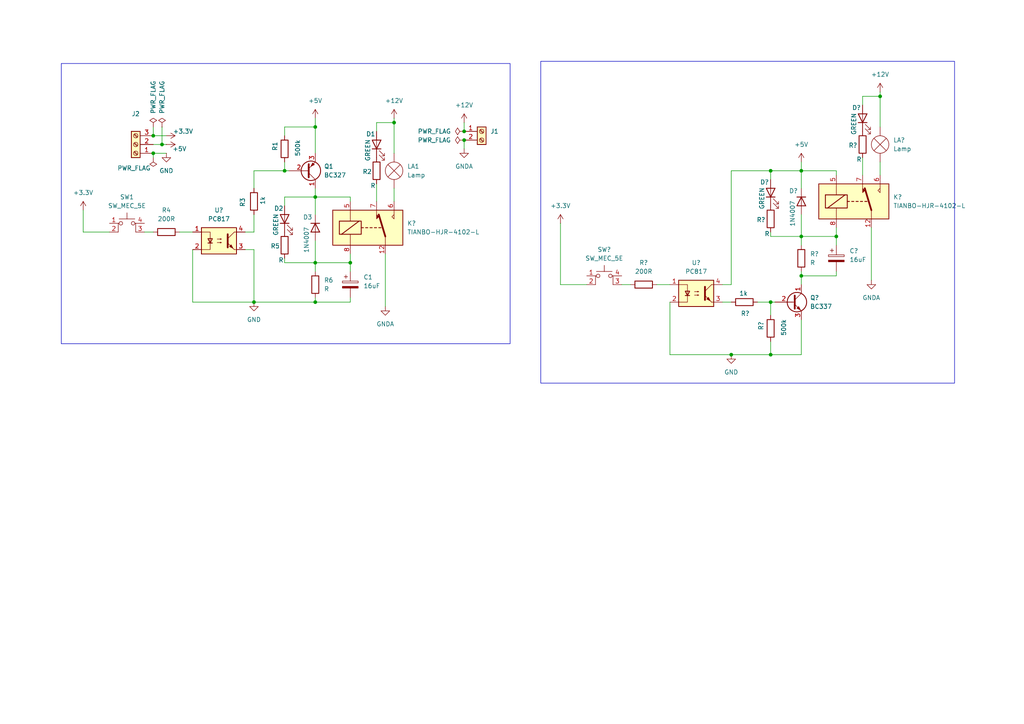
<source format=kicad_sch>
(kicad_sch (version 20231120) (generator "eeschema") (generator_version "8.0")
  (paper "A4")
  (title_block (title "Практическое занятие #7"))
  (lib_symbols
    (symbol "Connector:Screw_Terminal_01x02" (pin_names (offset 1.016) hide)
      (property "Reference" "J" (at 0 2.54 0))
      (property "Value" "Screw_Terminal_01x02" (at 0 -5.08 0))
      (symbol "Screw_Terminal_01x02_1_1"
        (rectangle (start -1.27 1.27) (end 1.27 -3.81) (stroke (width 0.254)) (fill (type background)))
        (circle (center 0 -2.54) (radius 0.635) (stroke (width 0.1524)))
        (polyline (pts (xy -0.5334 -2.2098) (xy 0.3302 -3.048)) (stroke (width 0.1524)))
        (polyline (pts (xy -0.5334 0.3302) (xy 0.3302 -0.508)) (stroke (width 0.1524)))
        (polyline (pts (xy -0.3556 -2.032) (xy 0.508 -2.8702)) (stroke (width 0.1524)))
        (polyline (pts (xy -0.3556 0.508) (xy 0.508 -0.3302)) (stroke (width 0.1524)))
        (circle (center 0 0) (radius 0.635) (stroke (width 0.1524)))
        (pin passive line (at -5.08 0 0) (length 3.81) (name "Pin_1") (number "1"))
        (pin passive line (at -5.08 -2.54 0) (length 3.81) (name "Pin_2") (number "2"))
      )
    )
    (symbol "Connector:Screw_Terminal_01x03" (pin_names (offset 1.016) hide)
      (property "Reference" "J" (at 0 5.08 0))
      (property "Value" "Screw_Terminal_01x03" (at 0 -5.08 0))
      (symbol "Screw_Terminal_01x03_1_1"
        (rectangle (start -1.27 3.81) (end 1.27 -3.81) (stroke (width 0.254)) (fill (type background)))
        (circle (center 0 -2.54) (radius 0.635) (stroke (width 0.1524)))
        (polyline (pts (xy -0.5334 -2.2098) (xy 0.3302 -3.048)) (stroke (width 0.1524)))
        (polyline (pts (xy -0.5334 0.3302) (xy 0.3302 -0.508)) (stroke (width 0.1524)))
        (polyline (pts (xy -0.5334 2.8702) (xy 0.3302 2.032)) (stroke (width 0.1524)))
        (polyline (pts (xy -0.3556 -2.032) (xy 0.508 -2.8702)) (stroke (width 0.1524)))
        (polyline (pts (xy -0.3556 0.508) (xy 0.508 -0.3302)) (stroke (width 0.1524)))
        (polyline (pts (xy -0.3556 3.048) (xy 0.508 2.2098)) (stroke (width 0.1524)))
        (circle (center 0 0) (radius 0.635) (stroke (width 0.1524)))
        (circle (center 0 2.54) (radius 0.635) (stroke (width 0.1524)))
        (pin passive line (at -5.08 2.54 0) (length 3.81) (name "Pin_1") (number "1"))
        (pin passive line (at -5.08 0 0) (length 3.81) (name "Pin_2") (number "2"))
        (pin passive line (at -5.08 -2.54 0) (length 3.81) (name "Pin_3") (number "3"))
      )
    )
    (symbol "Device:C_Polarized" (pin_numbers hide) (pin_names (offset 0.254))
      (property "Reference" "C" (at 0.635 2.54 0))
      (property "Value" "C_Polarized" (at 0.635 -2.54 0))
      (symbol "C_Polarized_0_1"
        (rectangle (start -2.286 0.508) (end 2.286 1.016))
        (polyline (pts (xy -1.778 2.286) (xy -0.762 2.286)))
        (polyline (pts (xy -1.27 2.794) (xy -1.27 1.778)))
        (rectangle (start 2.286 -0.508) (end -2.286 -1.016) (fill (type outline)))
      )
      (symbol "C_Polarized_1_1"
        (pin passive line (at 0 3.81 270) (length 2.794) (name "~") (number "1"))
        (pin passive line (at 0 -3.81 90) (length 2.794) (name "~") (number "2"))
      )
    )
    (symbol "Device:LED" (pin_numbers hide) (pin_names (offset 1.016) hide)
      (property "Reference" "D" (at 0 2.54 0))
      (property "Value" "LED" (at 0 -2.54 0))
      (symbol "LED_0_1"
        (polyline (pts (xy -1.27 -1.27) (xy -1.27 1.27)) (stroke (width 0.254)))
        (polyline (pts (xy -1.27 0) (xy 1.27 0)))
        (polyline (pts (xy 1.27 -1.27) (xy 1.27 1.27) (xy -1.27 0) (xy 1.27 -1.27)) (stroke (width 0.254)))
        (polyline (pts (xy -3.048 -0.762) (xy -4.572 -2.286) (xy -3.81 -2.286) (xy -4.572 -2.286) (xy -4.572 -1.524)))
        (polyline (pts (xy -1.778 -0.762) (xy -3.302 -2.286) (xy -2.54 -2.286) (xy -3.302 -2.286) (xy -3.302 -1.524)))
      )
      (symbol "LED_1_1"
        (pin passive line (at -3.81 0 0) (length 2.54) (name "K") (number "1"))
        (pin passive line (at 3.81 0 180) (length 2.54) (name "A") (number "2"))
      )
    )
    (symbol "Device:Lamp" (pin_numbers hide) (pin_names (offset 0.0254) hide)
      (property "Reference" "LA" (at 0.635 3.81 0))
      (property "Value" "Lamp" (at 0.635 -3.81 0))
      (symbol "Lamp_0_1"
        (polyline (pts (xy -1.778 1.778) (xy 1.778 -1.778)))
        (polyline (pts (xy 1.778 1.778) (xy -1.778 -1.778)))
        (circle (center 0 0) (radius 2.54))
      )
      (symbol "Lamp_1_1"
        (pin passive line (at 0 -5.08 90) (length 2.54) (name "-") (number "1"))
        (pin passive line (at 0 5.08 270) (length 2.54) (name "+") (number "2"))
      )
    )
    (symbol "Device:R" (pin_numbers hide) (pin_names (offset 0))
      (property "Reference" "R" (at 2.032 0 90))
      (property "Value" "R" (at 0 0 90))
      (symbol "R_0_1"
        (rectangle (start -1.016 -2.54) (end 1.016 2.54) (stroke (width 0.254)))
      )
      (symbol "R_1_1"
        (pin passive line (at 0 3.81 270) (length 1.27) (name "~") (number "1"))
        (pin passive line (at 0 -3.81 90) (length 1.27) (name "~") (number "2"))
      )
    )
    (symbol "Diode:1N4007" (pin_numbers hide) (pin_names hide)
      (property "Reference" "D" (at 0 2.54 0))
      (property "Value" "1N4007" (at 0 -2.54 0))
      (symbol "1N4007_0_1"
        (polyline (pts (xy -1.27 1.27) (xy -1.27 -1.27)) (stroke (width 0.254)))
        (polyline (pts (xy 1.27 0) (xy -1.27 0)))
        (polyline (pts (xy 1.27 1.27) (xy 1.27 -1.27) (xy -1.27 0) (xy 1.27 1.27)) (stroke (width 0.254)))
      )
      (symbol "1N4007_1_1"
        (pin passive line (at -3.81 0 0) (length 2.54) (name "K") (number "1"))
        (pin passive line (at 3.81 0 180) (length 2.54) (name "A") (number "2"))
      )
    )
    (symbol "Isolator:PC817" (pin_names (offset 1.016))
      (property "Reference" "U" (at -5.08 5.08 0))
      (property "Value" "PC817" (at 0 5.08 0))
      (symbol "PC817_0_1"
        (rectangle (start -5.08 3.81) (end 5.08 -3.81) (stroke (width 0.254)) (fill (type background)))
        (polyline (pts (xy -3.175 -0.635) (xy -1.905 -0.635)) (stroke (width 0.254)))
        (polyline (pts (xy 2.54 0.635) (xy 4.445 2.54)))
        (polyline (pts (xy 4.445 -2.54) (xy 2.54 -0.635)) (fill (type outline)))
        (polyline (pts (xy 4.445 -2.54) (xy 5.08 -2.54)))
        (polyline (pts (xy 4.445 2.54) (xy 5.08 2.54)))
        (polyline (pts (xy -5.08 2.54) (xy -2.54 2.54) (xy -2.54 -0.635)))
        (polyline (pts (xy -2.54 -0.635) (xy -2.54 -2.54) (xy -5.08 -2.54)))
        (polyline (pts (xy 2.54 1.905) (xy 2.54 -1.905) (xy 2.54 -1.905)) (stroke (width 0.508)))
        (polyline (pts (xy -2.54 -0.635) (xy -3.175 0.635) (xy -1.905 0.635) (xy -2.54 -0.635)) (stroke (width 0.254)))
        (polyline (pts (xy -0.508 -0.508) (xy 0.762 -0.508) (xy 0.381 -0.635) (xy 0.381 -0.381) (xy 0.762 -0.508)))
        (polyline (pts (xy -0.508 0.508) (xy 0.762 0.508) (xy 0.381 0.381) (xy 0.381 0.635) (xy 0.762 0.508)))
        (polyline (pts (xy 3.048 -1.651) (xy 3.556 -1.143) (xy 4.064 -2.159) (xy 3.048 -1.651) (xy 3.048 -1.651)) (fill (type outline)))
      )
      (symbol "PC817_1_1"
        (pin passive line (at -7.62 2.54 0) (length 2.54) (name "~") (number "1"))
        (pin passive line (at -7.62 -2.54 0) (length 2.54) (name "~") (number "2"))
        (pin passive line (at 7.62 -2.54 180) (length 2.54) (name "~") (number "3"))
        (pin passive line (at 7.62 2.54 180) (length 2.54) (name "~") (number "4"))
      )
    )
    (symbol "Relay:TIANBO-HJR-4102-L"
      (property "Reference" "K" (at 11.43 3.81 0))
      (property "Value" "TIANBO-HJR-4102-L" (at 11.43 1.27 0))
      (symbol "TIANBO-HJR-4102-L_0_0"
        (polyline (pts (xy 7.62 5.08) (xy 7.62 2.54) (xy 6.985 3.175) (xy 7.62 3.81)))
      )
      (symbol "TIANBO-HJR-4102-L_0_1"
        (rectangle (start -10.16 5.08) (end 10.16 -5.08) (stroke (width 0.254)) (fill (type background)))
        (rectangle (start -8.255 1.905) (end -1.905 -1.905) (stroke (width 0.254)))
        (polyline (pts (xy -7.62 -1.905) (xy -2.54 1.905)) (stroke (width 0.254)))
        (polyline (pts (xy -5.08 -5.08) (xy -5.08 -1.905)))
        (polyline (pts (xy -5.08 5.08) (xy -5.08 1.905)))
        (polyline (pts (xy -1.905 0) (xy -1.27 0)) (stroke (width 0.254)))
        (polyline (pts (xy -0.635 0) (xy 0 0)) (stroke (width 0.254)))
        (polyline (pts (xy 0.635 0) (xy 1.27 0)) (stroke (width 0.254)))
        (polyline (pts (xy 1.905 0) (xy 2.54 0)) (stroke (width 0.254)))
        (polyline (pts (xy 3.175 0) (xy 3.81 0)) (stroke (width 0.254)))
        (polyline (pts (xy 5.08 -2.54) (xy 3.175 3.81)) (stroke (width 0.508)))
        (polyline (pts (xy 5.08 -2.54) (xy 5.08 -5.08)))
        (polyline (pts (xy 2.54 5.08) (xy 2.54 2.54) (xy 3.175 3.175) (xy 2.54 3.81)) (fill (type outline)))
      )
      (symbol "TIANBO-HJR-4102-L_1_1"
        (pin passive line (at 5.08 -7.62 90) (length 2.54) (name "~") (number "12"))
        (pin passive line (at -5.08 7.62 270) (length 2.54) (name "~") (number "5"))
        (pin passive line (at 7.62 7.62 270) (length 2.54) (name "~") (number "6"))
        (pin passive line (at 2.54 7.62 270) (length 2.54) (name "~") (number "7"))
        (pin passive line (at -5.08 -7.62 90) (length 2.54) (name "~") (number "8"))
      )
    )
    (symbol "Switch:SW_MEC_5E" (pin_names (offset 1.016) hide)
      (property "Reference" "SW" (at 0.635 5.715 0))
      (property "Value" "SW_MEC_5E" (at 0 -3.175 0))
      (symbol "SW_MEC_5E_0_1"
        (circle (center -1.778 2.54) (radius 0.508))
        (polyline (pts (xy -2.286 3.81) (xy 2.286 3.81)))
        (polyline (pts (xy 0 3.81) (xy 0 5.588)))
        (polyline (pts (xy -2.54 0) (xy -2.54 2.54) (xy -2.286 2.54)))
        (polyline (pts (xy 2.54 0) (xy 2.54 2.54) (xy 2.286 2.54)))
        (circle (center 1.778 2.54) (radius 0.508))
        (pin passive line (at -5.08 2.54 0) (length 2.54) (name "1") (number "1"))
        (pin passive line (at -5.08 0 0) (length 2.54) (name "2") (number "2"))
        (pin passive line (at 5.08 0 180) (length 2.54) (name "K") (number "3"))
        (pin passive line (at 5.08 2.54 180) (length 2.54) (name "A") (number "4"))
      )
    )
    (symbol "Transistor_BJT:BC327" (pin_names (offset 0) hide)
      (property "Reference" "Q" (at 5.08 1.905 0))
      (property "Value" "BC327" (at 5.08 0 0))
      (symbol "BC327_0_1"
        (polyline (pts (xy 0.635 0.635) (xy 2.54 2.54)))
        (polyline (pts (xy 0.635 -0.635) (xy 2.54 -2.54) (xy 2.54 -2.54)))
        (polyline (pts (xy 0.635 1.905) (xy 0.635 -1.905) (xy 0.635 -1.905)) (stroke (width 0.508)))
        (polyline (pts (xy 2.286 -1.778) (xy 1.778 -2.286) (xy 1.27 -1.27) (xy 2.286 -1.778) (xy 2.286 -1.778)) (fill (type outline)))
        (circle (center 1.27 0) (radius 2.8194) (stroke (width 0.254)))
      )
      (symbol "BC327_1_1"
        (pin passive line (at 2.54 5.08 270) (length 2.54) (name "C") (number "1"))
        (pin input line (at -5.08 0 0) (length 5.715) (name "B") (number "2"))
        (pin passive line (at 2.54 -5.08 90) (length 2.54) (name "E") (number "3"))
      )
    )
    (symbol "Transistor_BJT:BC337" (pin_names (offset 0) hide)
      (property "Reference" "Q" (at 5.08 1.905 0))
      (property "Value" "BC337" (at 5.08 0 0))
      (symbol "BC337_0_1"
        (polyline (pts (xy 0 0) (xy 0.635 0)))
        (polyline (pts (xy 0.635 0.635) (xy 2.54 2.54)))
        (polyline (pts (xy 0.635 -0.635) (xy 2.54 -2.54) (xy 2.54 -2.54)))
        (polyline (pts (xy 0.635 1.905) (xy 0.635 -1.905) (xy 0.635 -1.905)) (stroke (width 0.508)))
        (polyline (pts (xy 1.27 -1.778) (xy 1.778 -1.27) (xy 2.286 -2.286) (xy 1.27 -1.778) (xy 1.27 -1.778)) (fill (type outline)))
        (circle (center 1.27 0) (radius 2.8194) (stroke (width 0.254)))
      )
      (symbol "BC337_1_1"
        (pin passive line (at 2.54 5.08 270) (length 2.54) (name "C") (number "1"))
        (pin input line (at -5.08 0 0) (length 5.08) (name "B") (number "2"))
        (pin passive line (at 2.54 -5.08 90) (length 2.54) (name "E") (number "3"))
      )
    )
    (symbol "power:+12V" (power) (pin_numbers hide) (pin_names (offset 0) hide)
      (property "Value" "+12V" (at 0 3.556 0))
      (symbol "+12V_0_1"
        (polyline (pts (xy -0.762 1.27) (xy 0 2.54)))
        (polyline (pts (xy 0 0) (xy 0 2.54)))
        (polyline (pts (xy 0 2.54) (xy 0.762 1.27)))
      )
      (symbol "+12V_1_1"
        (pin power_in line (at 0 0 90) (length 0) (name "~") (number "1"))
      )
    )
    (symbol "power:+3.3V" (power) (pin_numbers hide) (pin_names (offset 0) hide)
      (property "Value" "+3.3V" (at 0 3.556 0))
      (symbol "+3.3V_0_1"
        (polyline (pts (xy -0.762 1.27) (xy 0 2.54)))
        (polyline (pts (xy 0 0) (xy 0 2.54)))
        (polyline (pts (xy 0 2.54) (xy 0.762 1.27)))
      )
      (symbol "+3.3V_1_1"
        (pin power_in line (at 0 0 90) (length 0) (name "~") (number "1"))
      )
    )
    (symbol "power:+5V" (power) (pin_numbers hide) (pin_names (offset 0) hide)
      (property "Value" "+5V" (at 0 3.556 0))
      (symbol "+5V_0_1"
        (polyline (pts (xy -0.762 1.27) (xy 0 2.54)))
        (polyline (pts (xy 0 0) (xy 0 2.54)))
        (polyline (pts (xy 0 2.54) (xy 0.762 1.27)))
      )
      (symbol "+5V_1_1"
        (pin power_in line (at 0 0 90) (length 0) (name "~") (number "1"))
      )
    )
    (symbol "power:GND" (power) (pin_numbers hide) (pin_names (offset 0) hide)
      (property "Value" "GND" (at 0 -3.81 0))
      (symbol "GND_0_1"
        (polyline (pts (xy 0 0) (xy 0 -1.27) (xy 1.27 -1.27) (xy 0 -2.54) (xy -1.27 -1.27) (xy 0 -1.27)))
      )
      (symbol "GND_1_1"
        (pin power_in line (at 0 0 270) (length 0) (name "~") (number "1"))
      )
    )
    (symbol "power:GNDA" (power) (pin_numbers hide) (pin_names (offset 0) hide)
      (property "Value" "GNDA" (at 0 -3.81 0))
      (symbol "GNDA_0_1"
        (polyline (pts (xy 0 0) (xy 0 -1.27) (xy 1.27 -1.27) (xy 0 -2.54) (xy -1.27 -1.27) (xy 0 -1.27)))
      )
      (symbol "GNDA_1_1"
        (pin power_in line (at 0 0 270) (length 0) (name "~") (number "1"))
      )
    )
    (symbol "power:PWR_FLAG" (power) (pin_numbers hide) (pin_names (offset 0) hide)
      (property "Value" "PWR_FLAG" (at 0 3.81 0))
      (symbol "PWR_FLAG_0_0"
        (pin power_out line (at 0 0 90) (length 0) (name "~") (number "1"))
      )
      (symbol "PWR_FLAG_0_1"
        (polyline (pts (xy 0 0) (xy 0 1.27) (xy -1.016 1.905) (xy 0 2.54) (xy 1.016 1.905) (xy 0 1.27)))
      )
    )
  )
  (junction (at 223.52 49.53))
  (junction (at 44.45 39.37))
  (junction (at 223.52 102.87))
  (junction (at 46.99 41.91))
  (junction (at 134.62 38.1))
  (junction (at 44.45 44.45))
  (junction (at 223.52 87.63))
  (junction (at 255.27 27.94))
  (junction (at 91.44 87.63))
  (junction (at 91.44 36.83))
  (junction (at 232.41 80.01))
  (junction (at 232.41 68.58))
  (junction (at 82.55 49.53))
  (junction (at 114.3 35.56))
  (junction (at 73.66 87.63))
  (junction (at 91.44 57.15))
  (junction (at 101.6 76.2))
  (junction (at 242.57 68.58))
  (junction (at 212.09 102.87))
  (junction (at 232.41 49.53))
  (junction (at 134.62 40.64))
  (junction (at 91.44 76.2))
  (wire (pts (xy 114.3 54.61) (xy 114.3 58.42)))
  (wire (pts (xy 101.6 87.63) (xy 101.6 86.36)))
  (wire (pts (xy 46.99 36.83) (xy 46.99 41.91)))
  (wire (pts (xy 134.62 35.56) (xy 134.62 38.1)))
  (wire (pts (xy 82.55 57.15) (xy 91.44 57.15)))
  (wire (pts (xy 250.19 45.72) (xy 250.19 50.8)))
  (wire (pts (xy 91.44 57.15) (xy 101.6 57.15)))
  (wire (pts (xy 73.66 87.63) (xy 91.44 87.63)))
  (wire (pts (xy 82.55 36.83) (xy 91.44 36.83)))
  (wire (pts (xy 101.6 57.15) (xy 101.6 58.42)))
  (wire (pts (xy 232.41 49.53) (xy 232.41 54.61)))
  (wire (pts (xy 91.44 69.85) (xy 91.44 76.2)))
  (wire (pts (xy 55.88 87.63) (xy 73.66 87.63)))
  (wire (pts (xy 232.41 68.58) (xy 232.41 71.12)))
  (wire (pts (xy 180.34 82.55) (xy 182.88 82.55)))
  (wire (pts (xy 255.27 26.67) (xy 255.27 27.94)))
  (wire (pts (xy 82.55 59.69) (xy 82.55 57.15)))
  (wire (pts (xy 232.41 46.99) (xy 232.41 49.53)))
  (wire (pts (xy 223.52 52.07) (xy 223.52 49.53)))
  (wire (pts (xy 194.31 87.63) (xy 194.31 102.87)))
  (wire (pts (xy 242.57 66.04) (xy 242.57 68.58)))
  (wire (pts (xy 82.55 39.37) (xy 82.55 36.83)))
  (wire (pts (xy 44.45 41.91) (xy 46.99 41.91)))
  (wire (pts (xy 44.45 44.45) (xy 44.45 45.72)))
  (wire (pts (xy 73.66 72.39) (xy 73.66 87.63)))
  (wire (pts (xy 73.66 72.39) (xy 71.12 72.39)))
  (wire (pts (xy 111.76 73.66) (xy 111.76 88.9)))
  (wire (pts (xy 55.88 72.39) (xy 55.88 87.63)))
  (wire (pts (xy 101.6 73.66) (xy 101.6 76.2)))
  (wire (pts (xy 255.27 27.94) (xy 255.27 36.83)))
  (wire (pts (xy 242.57 80.01) (xy 242.57 78.74)))
  (wire (pts (xy 162.56 82.55) (xy 170.18 82.55)))
  (wire (pts (xy 194.31 102.87) (xy 212.09 102.87)))
  (wire (pts (xy 44.45 39.37) (xy 48.26 39.37)))
  (wire (pts (xy 232.41 80.01) (xy 242.57 80.01)))
  (wire (pts (xy 223.52 68.58) (xy 232.41 68.58)))
  (wire (pts (xy 242.57 68.58) (xy 242.57 71.12)))
  (wire (pts (xy 134.62 40.64) (xy 134.62 43.18)))
  (wire (pts (xy 250.19 27.94) (xy 255.27 27.94)))
  (wire (pts (xy 223.52 99.06) (xy 223.52 102.87)))
  (wire (pts (xy 219.71 87.63) (xy 223.52 87.63)))
  (wire (pts (xy 24.13 67.31) (xy 31.75 67.31)))
  (wire (pts (xy 91.44 57.15) (xy 91.44 62.23)))
  (wire (pts (xy 232.41 92.71) (xy 232.41 102.87)))
  (wire (pts (xy 46.99 41.91) (xy 48.26 41.91)))
  (wire (pts (xy 24.13 60.96) (xy 24.13 67.31)))
  (wire (pts (xy 109.22 35.56) (xy 114.3 35.56)))
  (wire (pts (xy 71.12 67.31) (xy 73.66 67.31)))
  (wire (pts (xy 91.44 76.2) (xy 91.44 78.74)))
  (wire (pts (xy 91.44 86.36) (xy 91.44 87.63)))
  (wire (pts (xy 52.07 67.31) (xy 55.88 67.31)))
  (wire (pts (xy 73.66 67.31) (xy 73.66 62.23)))
  (wire (pts (xy 232.41 62.23) (xy 232.41 68.58)))
  (wire (pts (xy 44.45 44.45) (xy 48.26 44.45)))
  (wire (pts (xy 109.22 38.1) (xy 109.22 35.56)))
  (wire (pts (xy 190.5 82.55) (xy 194.31 82.55)))
  (wire (pts (xy 212.09 87.63) (xy 209.55 87.63)))
  (wire (pts (xy 73.66 49.53) (xy 82.55 49.53)))
  (wire (pts (xy 252.73 66.04) (xy 252.73 81.28)))
  (wire (pts (xy 41.91 67.31) (xy 44.45 67.31)))
  (wire (pts (xy 242.57 49.53) (xy 242.57 50.8)))
  (wire (pts (xy 209.55 82.55) (xy 212.09 82.55)))
  (wire (pts (xy 82.55 76.2) (xy 82.55 74.93)))
  (wire (pts (xy 223.52 68.58) (xy 223.52 67.31)))
  (wire (pts (xy 223.52 102.87) (xy 232.41 102.87)))
  (wire (pts (xy 109.22 53.34) (xy 109.22 58.42)))
  (wire (pts (xy 91.44 36.83) (xy 91.44 44.45)))
  (wire (pts (xy 212.09 49.53) (xy 223.52 49.53)))
  (wire (pts (xy 82.55 76.2) (xy 91.44 76.2)))
  (wire (pts (xy 223.52 87.63) (xy 224.79 87.63)))
  (wire (pts (xy 114.3 35.56) (xy 114.3 44.45)))
  (wire (pts (xy 91.44 87.63) (xy 101.6 87.63)))
  (wire (pts (xy 255.27 46.99) (xy 255.27 50.8)))
  (wire (pts (xy 91.44 76.2) (xy 101.6 76.2)))
  (wire (pts (xy 101.6 76.2) (xy 101.6 78.74)))
  (wire (pts (xy 232.41 78.74) (xy 232.41 80.01)))
  (wire (pts (xy 250.19 30.48) (xy 250.19 27.94)))
  (wire (pts (xy 232.41 80.01) (xy 232.41 82.55)))
  (wire (pts (xy 82.55 46.99) (xy 82.55 49.53)))
  (wire (pts (xy 232.41 49.53) (xy 242.57 49.53)))
  (wire (pts (xy 212.09 102.87) (xy 223.52 102.87)))
  (wire (pts (xy 223.52 49.53) (xy 232.41 49.53)))
  (wire (pts (xy 91.44 34.29) (xy 91.44 36.83)))
  (wire (pts (xy 44.45 36.83) (xy 44.45 39.37)))
  (wire (pts (xy 223.52 87.63) (xy 223.52 91.44)))
  (wire (pts (xy 91.44 54.61) (xy 91.44 57.15)))
  (wire (pts (xy 232.41 68.58) (xy 242.57 68.58)))
  (wire (pts (xy 114.3 34.29) (xy 114.3 35.56)))
  (wire (pts (xy 73.66 49.53) (xy 73.66 54.61)))
  (wire (pts (xy 162.56 64.77) (xy 162.56 82.55)))
  (wire (pts (xy 82.55 49.53) (xy 83.82 49.53)))
  (wire (pts (xy 212.09 49.53) (xy 212.09 82.55)))
  (rectangle (start 156.845 17.78) (end 276.86 111.125))
  (rectangle (start 17.78 18.415) (end 147.955 99.695))
  (symbol (lib_id "Isolator:PC817") (at 201.93 85.09 0) (unit 1)
    (property "Reference" "U?" (at 201.93 76.2 0))
    (property "Value" "PC817" (at 201.93 78.74 0))
    (property "Footprint" "Package_DIP:DIP-4_W7.62mm" (effects (hide yes)))
    (property "Datasheet" "http://www.soselectronic.cz/a_info/resource/d/pc817.pdf" (effects (hide yes)))
    (property "Description" "DC Optocoupler, Vce 35V, CTR 50-300%, DIP-4" (effects (hide yes)))
  )
  (symbol (lib_id "power:+3.3V") (at 162.56 64.77 0) (unit 1)
    (property "Reference" "#PWR018" (effects (hide yes)))
    (property "Value" "+3.3V" (at 162.56 59.69 0))
    (property "Description" "Power symbol creates a global label with name \"+3.3V\"" (effects (hide yes)))
  )
  (symbol (lib_id "power:+3.3V") (at 48.26 39.37 270) (unit 1)
    (property "Reference" "#PWR09" (effects (hide yes)))
    (property "Value" "+3.3V" (at 53.086 38.1 90))
    (property "Description" "Power symbol creates a global label with name \"+3.3V\"" (effects (hide yes)))
  )
  (symbol (lib_id "Isolator:PC817") (at 63.5 69.85 0) (unit 1)
    (property "Reference" "U?" (at 63.5 60.96 0))
    (property "Value" "PC817" (at 63.5 63.5 0))
    (property "Footprint" "Package_DIP:DIP-4_W7.62mm" (effects (hide yes)))
    (property "Datasheet" "http://www.soselectronic.cz/a_info/resource/d/pc817.pdf" (effects (hide yes)))
    (property "Description" "DC Optocoupler, Vce 35V, CTR 50-300%, DIP-4" (effects (hide yes)))
  )
  (symbol (lib_id "Device:R") (at 250.19 41.91 0) (unit 1)
    (property "Reference" "R?" (at 246.126 42.164 0) (effects (justify left)))
    (property "Value" "R" (at 248.412 46.228 0) (effects (justify left)))
    (property "Description" "Resistor" (effects (hide yes)))
  )
  (symbol (lib_id "Device:Lamp") (at 114.3 49.53 0) (unit 1)
    (property "Reference" "LA1" (at 118.11 48.2599 0) (effects (justify left)))
    (property "Value" "Lamp" (at 118.11 50.7999 0) (effects (justify left)))
    (property "Description" "Lamp" (effects (hide yes)))
  )
  (symbol (lib_id "power:+3.3V") (at 24.13 60.96 0) (unit 1)
    (property "Reference" "#PWR01" (effects (hide yes)))
    (property "Value" "+3.3V" (at 24.13 55.88 0))
    (property "Description" "Power symbol creates a global label with name \"+3.3V\"" (effects (hide yes)))
  )
  (symbol (lib_id "Device:LED") (at 250.19 34.29 90) (unit 1)
    (property "Reference" "D?" (at 247.142 31.242 90) (effects (justify right)))
    (property "Value" "GREEN" (at 247.65 32.766 0) (effects (justify right)))
    (property "Description" "Light emitting diode" (effects (hide yes)))
  )
  (symbol (lib_id "power:+5V") (at 91.44 34.29 0) (unit 1)
    (property "Reference" "#PWR02" (effects (hide yes)))
    (property "Value" "+5V" (at 91.44 29.21 0))
    (property "Description" "Power symbol creates a global label with name \"+5V\"" (effects (hide yes)))
  )
  (symbol (lib_id "power:+12V") (at 134.62 35.56 0) (unit 1)
    (property "Reference" "#PWR07" (effects (hide yes)))
    (property "Value" "+12V" (at 134.62 30.48 0))
    (property "Description" "Power symbol creates a global label with name \"+12V\"" (effects (hide yes)))
  )
  (symbol (lib_id "Device:R") (at 91.44 82.55 0) (unit 1)
    (property "Reference" "R6" (at 93.98 81.2799 0) (effects (justify left)))
    (property "Value" "R" (at 93.98 83.8199 0) (effects (justify left)))
    (property "Description" "Resistor" (effects (hide yes)))
  )
  (symbol (lib_id "power:+12V") (at 255.27 26.67 0) (unit 1)
    (property "Reference" "#PWR012" (effects (hide yes)))
    (property "Value" "+12V" (at 255.27 21.59 0))
    (property "Description" "Power symbol creates a global label with name \"+12V\"" (effects (hide yes)))
  )
  (symbol (lib_id "Connector:Screw_Terminal_01x03") (at 39.37 41.91 180) (unit 1)
    (property "Reference" "J2" (at 39.37 33.02 0))
    (property "Value" "Screw_Terminal_01x03" (effects (hide yes)))
    (property "Description" "Generic screw terminal, single row, 01x03, script generated (kicad-library-utils/schlib/autogen/connector/)" (effects (hide yes)))
  )
  (symbol (lib_id "power:GND") (at 212.09 102.87 0) (unit 1)
    (property "Reference" "#PWR019" (effects (hide yes)))
    (property "Value" "GND" (at 212.09 107.95 0))
    (property "Description" "Power symbol creates a global label with name \"GND\" , ground" (effects (hide yes)))
  )
  (symbol (lib_id "Diode:1N4007") (at 232.41 58.42 270) (unit 1)
    (property "Reference" "D?" (at 228.854 55.372 90) (effects (justify left)))
    (property "Value" "1N4007" (at 229.87 58.166 0) (effects (justify left)))
    (property "Footprint" "Diode_THT:D_DO-41_SOD81_P10.16mm_Horizontal" (effects (hide yes)))
    (property "Datasheet" "http://www.vishay.com/docs/88503/1n4001.pdf" (effects (hide yes)))
    (property "Description" "1000V 1A General Purpose Rectifier Diode, DO-41" (effects (hide yes)))
    (property "Sim.Device" "D" (effects (hide yes)))
    (property "Sim.Pins" "1=K 2=A" (effects (hide yes)))
  )
  (symbol (lib_id "Device:LED") (at 82.55 63.5 90) (unit 1)
    (property "Reference" "D2" (at 79.502 60.452 90) (effects (justify right)))
    (property "Value" "GREEN" (at 80.01 61.976 0) (effects (justify right)))
    (property "Description" "Light emitting diode" (effects (hide yes)))
  )
  (symbol (lib_id "Device:C_Polarized") (at 101.6 82.55 0) (unit 1)
    (property "Reference" "C1" (at 105.41 80.3909 0) (effects (justify left)))
    (property "Value" "16uF" (at 105.41 82.9309 0) (effects (justify left)))
    (property "Description" "Polarized capacitor" (effects (hide yes)))
  )
  (symbol (lib_id "Device:R") (at 48.26 67.31 90) (unit 1)
    (property "Reference" "R4" (at 48.26 60.96 90))
    (property "Value" "200R" (at 48.26 63.5 90))
    (property "Description" "Resistor" (effects (hide yes)))
  )
  (symbol (lib_id "power:PWR_FLAG") (at 46.99 36.83 0) (unit 1)
    (property "Reference" "#FLG04" (effects (hide yes)))
    (property "Value" "PWR_FLAG" (at 46.99 28.194 90))
    (property "Description" "Special symbol for telling ERC where power comes from" (effects (hide yes)))
  )
  (symbol (lib_id "Device:Lamp") (at 255.27 41.91 0) (unit 1)
    (property "Reference" "LA?" (at 259.08 40.6399 0) (effects (justify left)))
    (property "Value" "Lamp" (at 259.08 43.1799 0) (effects (justify left)))
    (property "Description" "Lamp" (effects (hide yes)))
  )
  (symbol (lib_id "Device:R") (at 109.22 49.53 0) (unit 1)
    (property "Reference" "R2" (at 105.156 49.784 0) (effects (justify left)))
    (property "Value" "R" (at 107.442 53.848 0) (effects (justify left)))
    (property "Description" "Resistor" (effects (hide yes)))
  )
  (symbol (lib_id "power:GNDA") (at 134.62 43.18 0) (unit 1)
    (property "Reference" "#PWR06" (effects (hide yes)))
    (property "Value" "GNDA" (at 134.62 48.26 0))
    (property "Description" "Power symbol creates a global label with name \"GNDA\" , analog ground" (effects (hide yes)))
  )
  (symbol (lib_id "Connector:Screw_Terminal_01x02") (at 139.7 38.1 0) (unit 1)
    (property "Reference" "J1" (at 142.24 38.0999 0) (effects (justify left)))
    (property "Value" "Screw_Terminal_01x02" (effects (hide yes)))
    (property "Description" "Generic screw terminal, single row, 01x02, script generated (kicad-library-utils/schlib/autogen/connector/)" (effects (hide yes)))
  )
  (symbol (lib_id "Relay:TIANBO-HJR-4102-L") (at 106.68 66.04 0) (unit 1)
    (property "Reference" "K?" (at 118.11 64.7699 0) (effects (justify left)))
    (property "Value" "TIANBO-HJR-4102-L" (at 118.11 67.3099 0) (effects (justify left)))
    (property "Footprint" "Relay_THT:Relay_SPDT_HJR-4102" (effects (hide yes)))
    (property "Datasheet" "https://cdn-reichelt.de/documents/datenblatt/C300/DS_HJR4102E.pdf" (effects (hide yes)))
    (property "Description" "TIANBO HJR-4102-L, Single Pole Relay, 5mm Pitch, 3A" (effects (hide yes)))
  )
  (symbol (lib_id "power:GNDA") (at 252.73 81.28 0) (unit 1)
    (property "Reference" "#PWR020" (effects (hide yes)))
    (property "Value" "GNDA" (at 252.73 86.36 0))
    (property "Description" "Power symbol creates a global label with name \"GNDA\" , analog ground" (effects (hide yes)))
  )
  (symbol (lib_id "Device:R") (at 223.52 95.25 180) (unit 1)
    (property "Reference" "R?" (at 220.726 94.488 90))
    (property "Value" "500k" (at 227.33 94.996 90))
    (property "Description" "Resistor" (effects (hide yes)))
  )
  (symbol (lib_id "Device:R") (at 223.52 63.5 0) (unit 1)
    (property "Reference" "R?" (at 219.456 63.754 0) (effects (justify left)))
    (property "Value" "R" (at 221.742 67.818 0) (effects (justify left)))
    (property "Description" "Resistor" (effects (hide yes)))
  )
  (symbol (lib_id "Device:R") (at 215.9 87.63 270) (unit 1)
    (property "Reference" "R?" (at 216.154 90.932 90))
    (property "Value" "1k" (at 215.646 85.09 90))
    (property "Description" "Resistor" (effects (hide yes)))
  )
  (symbol (lib_id "power:+5V") (at 48.26 41.91 270) (unit 1)
    (property "Reference" "#PWR010" (effects (hide yes)))
    (property "Value" "+5V" (at 52.07 43.18 90))
    (property "Description" "Power symbol creates a global label with name \"+5V\"" (effects (hide yes)))
  )
  (symbol (lib_id "Device:R") (at 82.55 71.12 0) (unit 1)
    (property "Reference" "R5" (at 78.486 71.374 0) (effects (justify left)))
    (property "Value" "R" (at 80.772 75.438 0) (effects (justify left)))
    (property "Description" "Resistor" (effects (hide yes)))
  )
  (symbol (lib_id "Device:R") (at 82.55 43.18 180) (unit 1)
    (property "Reference" "R1" (at 79.756 42.418 90))
    (property "Value" "500k" (at 86.36 42.926 90))
    (property "Description" "Resistor" (effects (hide yes)))
  )
  (symbol (lib_id "power:+12V") (at 114.3 34.29 0) (unit 1)
    (property "Reference" "#PWR05" (effects (hide yes)))
    (property "Value" "+12V" (at 114.3 29.21 0))
    (property "Description" "Power symbol creates a global label with name \"+12V\"" (effects (hide yes)))
  )
  (symbol (lib_id "Device:R") (at 73.66 58.42 180) (unit 1)
    (property "Reference" "R3" (at 70.358 58.674 90))
    (property "Value" "1k" (at 76.2 58.166 90))
    (property "Description" "Resistor" (effects (hide yes)))
  )
  (symbol (lib_id "Diode:1N4007") (at 91.44 66.04 270) (unit 1)
    (property "Reference" "D3" (at 87.884 62.992 90) (effects (justify left)))
    (property "Value" "1N4007" (at 88.9 65.786 0) (effects (justify left)))
    (property "Footprint" "Diode_THT:D_DO-41_SOD81_P10.16mm_Horizontal" (effects (hide yes)))
    (property "Datasheet" "http://www.vishay.com/docs/88503/1n4001.pdf" (effects (hide yes)))
    (property "Description" "1000V 1A General Purpose Rectifier Diode, DO-41" (effects (hide yes)))
    (property "Sim.Device" "D" (effects (hide yes)))
    (property "Sim.Pins" "1=K 2=A" (effects (hide yes)))
  )
  (symbol (lib_id "Device:LED") (at 109.22 41.91 90) (unit 1)
    (property "Reference" "D1" (at 106.172 38.862 90) (effects (justify right)))
    (property "Value" "GREEN" (at 106.68 40.386 0) (effects (justify right)))
    (property "Description" "Light emitting diode" (effects (hide yes)))
  )
  (symbol (lib_id "power:+5V") (at 232.41 46.99 0) (unit 1)
    (property "Reference" "#PWR011" (effects (hide yes)))
    (property "Value" "+5V" (at 232.41 41.91 0))
    (property "Description" "Power symbol creates a global label with name \"+5V\"" (effects (hide yes)))
  )
  (symbol (lib_id "Device:C_Polarized") (at 242.57 74.93 0) (unit 1)
    (property "Reference" "C?" (at 246.38 72.7709 0) (effects (justify left)))
    (property "Value" "16uF" (at 246.38 75.3109 0) (effects (justify left)))
    (property "Description" "Polarized capacitor" (effects (hide yes)))
  )
  (symbol (lib_id "Switch:SW_MEC_5E") (at 36.83 67.31 0) (unit 1)
    (property "Reference" "SW1" (at 36.83 57.15 0))
    (property "Value" "SW_MEC_5E" (at 36.83 59.69 0))
    (property "Datasheet" "http://www.apem.com/int/index.php?controller=attachment&id_attachment=1371" (effects (hide yes)))
    (property "Description" "MEC 5E single pole normally-open tactile switch" (effects (hide yes)))
  )
  (symbol (lib_id "Relay:TIANBO-HJR-4102-L") (at 247.65 58.42 0) (unit 1)
    (property "Reference" "K?" (at 259.08 57.1499 0) (effects (justify left)))
    (property "Value" "TIANBO-HJR-4102-L" (at 259.08 59.6899 0) (effects (justify left)))
    (property "Footprint" "Relay_THT:Relay_SPDT_HJR-4102" (effects (hide yes)))
    (property "Datasheet" "https://cdn-reichelt.de/documents/datenblatt/C300/DS_HJR4102E.pdf" (effects (hide yes)))
    (property "Description" "TIANBO HJR-4102-L, Single Pole Relay, 5mm Pitch, 3A" (effects (hide yes)))
  )
  (symbol (lib_id "power:GNDA") (at 111.76 88.9 0) (unit 1)
    (property "Reference" "#PWR04" (effects (hide yes)))
    (property "Value" "GNDA" (at 111.76 93.98 0))
    (property "Description" "Power symbol creates a global label with name \"GNDA\" , analog ground" (effects (hide yes)))
  )
  (symbol (lib_id "power:PWR_FLAG") (at 134.62 40.64 90) (unit 1)
    (property "Reference" "#FLG02" (effects (hide yes)))
    (property "Value" "PWR_FLAG" (at 130.81 40.6399 90) (effects (justify left)))
    (property "Description" "Special symbol for telling ERC where power comes from" (effects (hide yes)))
  )
  (symbol (lib_id "Device:R") (at 186.69 82.55 90) (unit 1)
    (property "Reference" "R?" (at 186.69 76.2 90))
    (property "Value" "200R" (at 186.69 78.74 90))
    (property "Description" "Resistor" (effects (hide yes)))
  )
  (symbol (lib_id "power:GND") (at 73.66 87.63 0) (unit 1)
    (property "Reference" "#PWR03" (effects (hide yes)))
    (property "Value" "GND" (at 73.66 92.71 0))
    (property "Description" "Power symbol creates a global label with name \"GND\" , ground" (effects (hide yes)))
  )
  (symbol (lib_id "power:PWR_FLAG") (at 134.62 38.1 90) (unit 1)
    (property "Reference" "#FLG01" (effects (hide yes)))
    (property "Value" "PWR_FLAG" (at 130.81 38.0999 90) (effects (justify left)))
    (property "Description" "Special symbol for telling ERC where power comes from" (effects (hide yes)))
  )
  (symbol (lib_id "Switch:SW_MEC_5E") (at 175.26 82.55 0) (unit 1)
    (property "Reference" "SW?" (at 175.26 72.39 0))
    (property "Value" "SW_MEC_5E" (at 175.26 74.93 0))
    (property "Datasheet" "http://www.apem.com/int/index.php?controller=attachment&id_attachment=1371" (effects (hide yes)))
    (property "Description" "MEC 5E single pole normally-open tactile switch" (effects (hide yes)))
  )
  (symbol (lib_id "power:PWR_FLAG") (at 44.45 36.83 0) (unit 1)
    (property "Reference" "#FLG05" (effects (hide yes)))
    (property "Value" "PWR_FLAG" (at 44.4499 33.02 90) (effects (justify left)))
    (property "Description" "Special symbol for telling ERC where power comes from" (effects (hide yes)))
  )
  (symbol (lib_id "Transistor_BJT:BC327") (at 88.9 49.53 0) (mirror x) (unit 1)
    (property "Reference" "Q1" (at 93.98 48.2599 0) (effects (justify left)))
    (property "Value" "BC327" (at 93.98 50.7999 0) (effects (justify left)))
    (property "Footprint" "Package_TO_SOT_THT:TO-92_Inline" (effects (hide yes)))
    (property "Datasheet" "http://www.onsemi.com/pub_link/Collateral/BC327-D.PDF" (effects (hide yes)))
    (property "Description" "0.8A Ic, 45V Vce, PNP Transistor, TO-92" (effects (hide yes)))
  )
  (symbol (lib_id "Transistor_BJT:BC337") (at 229.87 87.63 0) (unit 1)
    (property "Reference" "Q?" (at 234.95 86.3599 0) (effects (justify left)))
    (property "Value" "BC337" (at 234.95 88.8999 0) (effects (justify left)))
    (property "Footprint" "Package_TO_SOT_THT:TO-92_Inline" (effects (hide yes)))
    (property "Datasheet" "https://diotec.com/tl_files/diotec/files/pdf/datasheets/bc337.pdf" (effects (hide yes)))
    (property "Description" "0.8A Ic, 45V Vce, NPN Transistor, TO-92" (effects (hide yes)))
  )
  (symbol (lib_id "power:GND") (at 48.26 44.45 0) (unit 1)
    (property "Reference" "#PWR08" (effects (hide yes)))
    (property "Value" "GND" (at 48.26 49.53 0))
    (property "Description" "Power symbol creates a global label with name \"GND\" , ground" (effects (hide yes)))
  )
  (symbol (lib_id "Device:R") (at 232.41 74.93 0) (unit 1)
    (property "Reference" "R?" (at 234.95 73.6599 0) (effects (justify left)))
    (property "Value" "R" (at 234.95 76.1999 0) (effects (justify left)))
    (property "Description" "Resistor" (effects (hide yes)))
  )
  (symbol (lib_id "Device:LED") (at 223.52 55.88 90) (unit 1)
    (property "Reference" "D?" (at 220.472 52.832 90) (effects (justify right)))
    (property "Value" "GREEN" (at 220.98 54.356 0) (effects (justify right)))
    (property "Description" "Light emitting diode" (effects (hide yes)))
  )
  (symbol (lib_id "power:PWR_FLAG") (at 44.45 45.72 180) (unit 1)
    (property "Reference" "#FLG03" (effects (hide yes)))
    (property "Value" "PWR_FLAG" (at 38.862 48.768 0))
    (property "Description" "Special symbol for telling ERC where power comes from" (effects (hide yes)))
  )
)
</source>
